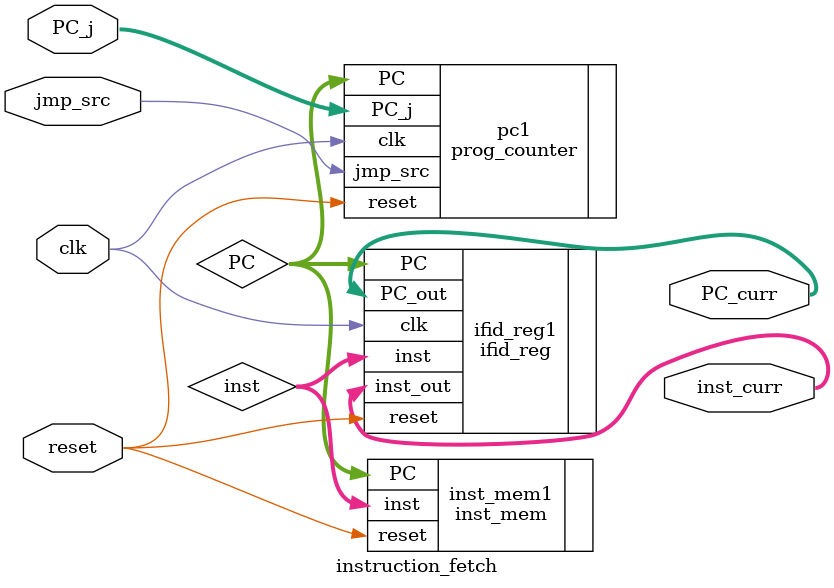
<source format=v>
`timescale 1ns / 1ps


module instruction_fetch(
    input clk,
    input reset,
    input jmp_src,
    input [31:0] PC_j,
    output [31:0] PC_curr,
    output [31:0] inst_curr
    );
    wire [31:0] PC;
    wire [31:0] inst;
    
    inst_mem inst_mem1(   
    .PC(PC),
    .reset(reset),
    .inst(inst)
    );
    
    prog_counter pc1(
    .clk(clk),
    .reset(reset),
    .PC_j(PC_j),    
    .PC(PC),
    .jmp_src(jmp_src)
    );
    
    ifid_reg ifid_reg1(
    .PC(PC),
    .inst(inst),
    .clk(clk),
    .reset(reset),
    .PC_out(PC_curr),
    .inst_out(inst_curr)
    );
endmodule

</source>
